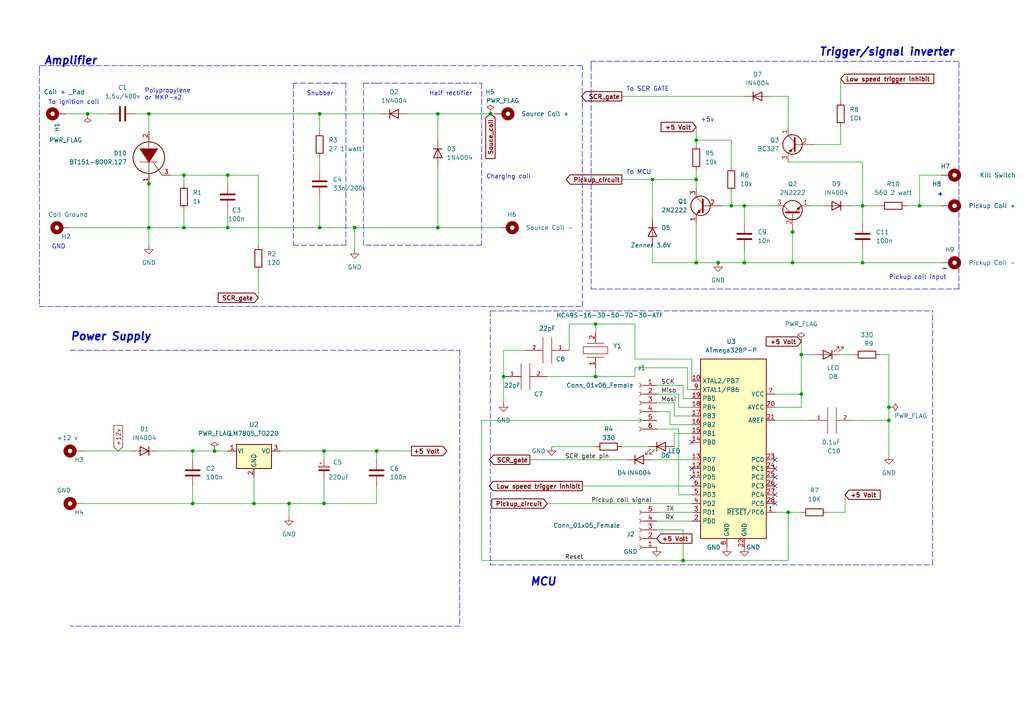
<source format=kicad_sch>
(kicad_sch (version 20211123) (generator eeschema)
  (paper "A4")
  (lib_symbols
    (symbol "BT151-800R_127:BT151-800R,127" (pin_names (offset 0.762))
      (property "Reference" "D" (at 13.97 -2.54 0))
      (property "Value" "BT151-800R,127" (at 13.97 -5.08 0))
      (symbol "BT151-800R,127_0_0"
        (pin passive line (at 15.24 0 180) (length 2.54) (name "~") (number "1"))
        (pin passive line (at 0 0 0) (length 2.54) (name "~") (number "2"))
        (pin passive line (at 12.7 -6.35 90) (length 2.54) (name "~") (number "3"))
      )
      (symbol "BT151-800R,127_0_1"
        (polyline (pts (xy 2.54 0) (xy 5.08 0)) (stroke (width 0.1524)))
        (polyline (pts (xy 8.89 -2.54) (xy 8.89 2.54)) (stroke (width 0.1524)))
        (polyline (pts (xy 8.89 -1.27) (xy 12.7 -3.81)) (stroke (width 0.1524)))
        (polyline (pts (xy 8.89 0) (xy 12.7 0)) (stroke (width 0.1524)))
        (polyline (pts (xy 8.89 0) (xy 5.08 2.54) (xy 5.08 -2.54) (xy 8.89 0)) (stroke (width 0.254)) (fill (type outline)))
        (circle (center 7.62 0) (radius 4.572) (stroke (width 0.254)))
      )
    )
    (symbol "Connector:Conn_01x05_Female" (pin_names (offset 1.016) hide)
      (property "Reference" "J" (at 0 7.62 0))
      (property "Value" "Conn_01x05_Female" (at 0 -7.62 0))
      (symbol "Conn_01x05_Female_1_1"
        (arc (start 0 -4.572) (mid -0.508 -5.08) (end 0 -5.588) (stroke (width 0.1524)))
        (arc (start 0 -2.032) (mid -0.508 -2.54) (end 0 -3.048) (stroke (width 0.1524)))
        (polyline (pts (xy -1.27 -5.08) (xy -0.508 -5.08)) (stroke (width 0.1524)))
        (polyline (pts (xy -1.27 -2.54) (xy -0.508 -2.54)) (stroke (width 0.1524)))
        (polyline (pts (xy -1.27 0) (xy -0.508 0)) (stroke (width 0.1524)))
        (polyline (pts (xy -1.27 2.54) (xy -0.508 2.54)) (stroke (width 0.1524)))
        (polyline (pts (xy -1.27 5.08) (xy -0.508 5.08)) (stroke (width 0.1524)))
        (arc (start 0 0.508) (mid -0.508 0) (end 0 -0.508) (stroke (width 0.1524)))
        (arc (start 0 3.048) (mid -0.508 2.54) (end 0 2.032) (stroke (width 0.1524)))
        (arc (start 0 5.588) (mid -0.508 5.08) (end 0 4.572) (stroke (width 0.1524)))
        (pin passive line (at -5.08 5.08 0) (length 3.81) (name "Pin_1") (number "1"))
        (pin passive line (at -5.08 2.54 0) (length 3.81) (name "Pin_2") (number "2"))
        (pin passive line (at -5.08 0 0) (length 3.81) (name "Pin_3") (number "3"))
        (pin passive line (at -5.08 -2.54 0) (length 3.81) (name "Pin_4") (number "4"))
        (pin passive line (at -5.08 -5.08 0) (length 3.81) (name "Pin_5") (number "5"))
      )
    )
    (symbol "Connector:Conn_01x06_Female" (pin_names (offset 1.016) hide)
      (property "Reference" "J" (at 0 7.62 0))
      (property "Value" "Conn_01x06_Female" (at 0 -10.16 0))
      (symbol "Conn_01x06_Female_1_1"
        (arc (start 0 -7.112) (mid -0.508 -7.62) (end 0 -8.128) (stroke (width 0.1524)))
        (arc (start 0 -4.572) (mid -0.508 -5.08) (end 0 -5.588) (stroke (width 0.1524)))
        (arc (start 0 -2.032) (mid -0.508 -2.54) (end 0 -3.048) (stroke (width 0.1524)))
        (polyline (pts (xy -1.27 -7.62) (xy -0.508 -7.62)) (stroke (width 0.1524)))
        (polyline (pts (xy -1.27 -5.08) (xy -0.508 -5.08)) (stroke (width 0.1524)))
        (polyline (pts (xy -1.27 -2.54) (xy -0.508 -2.54)) (stroke (width 0.1524)))
        (polyline (pts (xy -1.27 0) (xy -0.508 0)) (stroke (width 0.1524)))
        (polyline (pts (xy -1.27 2.54) (xy -0.508 2.54)) (stroke (width 0.1524)))
        (polyline (pts (xy -1.27 5.08) (xy -0.508 5.08)) (stroke (width 0.1524)))
        (arc (start 0 0.508) (mid -0.508 0) (end 0 -0.508) (stroke (width 0.1524)))
        (arc (start 0 3.048) (mid -0.508 2.54) (end 0 2.032) (stroke (width 0.1524)))
        (arc (start 0 5.588) (mid -0.508 5.08) (end 0 4.572) (stroke (width 0.1524)))
        (pin passive line (at -5.08 5.08 0) (length 3.81) (name "Pin_1") (number "1"))
        (pin passive line (at -5.08 2.54 0) (length 3.81) (name "Pin_2") (number "2"))
        (pin passive line (at -5.08 0 0) (length 3.81) (name "Pin_3") (number "3"))
        (pin passive line (at -5.08 -2.54 0) (length 3.81) (name "Pin_4") (number "4"))
        (pin passive line (at -5.08 -5.08 0) (length 3.81) (name "Pin_5") (number "5"))
        (pin passive line (at -5.08 -7.62 0) (length 3.81) (name "Pin_6") (number "6"))
      )
    )
    (symbol "Device:C" (pin_numbers hide) (pin_names (offset 0.254))
      (property "Reference" "C" (at 0.635 2.54 0))
      (property "Value" "C" (at 0.635 -2.54 0))
      (symbol "C_0_1"
        (polyline (pts (xy -2.032 -0.762) (xy 2.032 -0.762)) (stroke (width 0.508)))
        (polyline (pts (xy -2.032 0.762) (xy 2.032 0.762)) (stroke (width 0.508)))
      )
      (symbol "C_1_1"
        (pin passive line (at 0 3.81 270) (length 2.794) (name "~") (number "1"))
        (pin passive line (at 0 -3.81 90) (length 2.794) (name "~") (number "2"))
      )
    )
    (symbol "Device:C_Polarized_Small" (pin_numbers hide) (pin_names (offset 0.254) hide)
      (property "Reference" "C" (at 0.254 1.778 0))
      (property "Value" "C_Polarized_Small" (at 0.254 -2.032 0))
      (symbol "C_Polarized_Small_0_1"
        (rectangle (start -1.524 -0.3048) (end 1.524 -0.6858) (fill (type outline)))
        (rectangle (start -1.524 0.6858) (end 1.524 0.3048))
        (polyline (pts (xy -1.27 1.524) (xy -0.762 1.524)))
        (polyline (pts (xy -1.016 1.27) (xy -1.016 1.778)))
      )
      (symbol "C_Polarized_Small_1_1"
        (pin passive line (at 0 2.54 270) (length 1.8542) (name "~") (number "1"))
        (pin passive line (at 0 -2.54 90) (length 1.8542) (name "~") (number "2"))
      )
    )
    (symbol "Device:D" (pin_numbers hide) (pin_names (offset 1.016) hide)
      (property "Reference" "D" (at 0 2.54 0))
      (property "Value" "D" (at 0 -2.54 0))
      (symbol "D_0_1"
        (polyline (pts (xy -1.27 1.27) (xy -1.27 -1.27)) (stroke (width 0.254)))
        (polyline (pts (xy 1.27 0) (xy -1.27 0)))
        (polyline (pts (xy 1.27 1.27) (xy 1.27 -1.27) (xy -1.27 0) (xy 1.27 1.27)) (stroke (width 0.254)))
      )
      (symbol "D_1_1"
        (pin passive line (at -3.81 0 0) (length 2.54) (name "K") (number "1"))
        (pin passive line (at 3.81 0 180) (length 2.54) (name "A") (number "2"))
      )
    )
    (symbol "Device:LED" (pin_numbers hide) (pin_names (offset 1.016) hide)
      (property "Reference" "D" (at 0 2.54 0))
      (property "Value" "LED" (at 0 -2.54 0))
      (symbol "LED_0_1"
        (polyline (pts (xy -1.27 -1.27) (xy -1.27 1.27)) (stroke (width 0.254)))
        (polyline (pts (xy -1.27 0) (xy 1.27 0)))
        (polyline (pts (xy 1.27 -1.27) (xy 1.27 1.27) (xy -1.27 0) (xy 1.27 -1.27)) (stroke (width 0.254)))
        (polyline (pts (xy -3.048 -0.762) (xy -4.572 -2.286) (xy -3.81 -2.286) (xy -4.572 -2.286) (xy -4.572 -1.524)))
        (polyline (pts (xy -1.778 -0.762) (xy -3.302 -2.286) (xy -2.54 -2.286) (xy -3.302 -2.286) (xy -3.302 -1.524)))
      )
      (symbol "LED_1_1"
        (pin passive line (at -3.81 0 0) (length 2.54) (name "K") (number "1"))
        (pin passive line (at 3.81 0 180) (length 2.54) (name "A") (number "2"))
      )
    )
    (symbol "Device:R" (pin_numbers hide) (pin_names (offset 0))
      (property "Reference" "R" (at 2.032 0 90))
      (property "Value" "R" (at 0 0 90))
      (symbol "R_0_1"
        (rectangle (start -1.016 -2.54) (end 1.016 2.54) (stroke (width 0.254)))
      )
      (symbol "R_1_1"
        (pin passive line (at 0 3.81 270) (length 1.27) (name "~") (number "1"))
        (pin passive line (at 0 -3.81 90) (length 1.27) (name "~") (number "2"))
      )
    )
    (symbol "Diode:1N4004" (pin_numbers hide) (pin_names (offset 1.016) hide)
      (property "Reference" "D" (at 0 2.54 0))
      (property "Value" "1N4004" (at 0 -2.54 0))
      (symbol "1N4004_0_1"
        (polyline (pts (xy -1.27 1.27) (xy -1.27 -1.27)) (stroke (width 0.254)))
        (polyline (pts (xy 1.27 0) (xy -1.27 0)))
        (polyline (pts (xy 1.27 1.27) (xy 1.27 -1.27) (xy -1.27 0) (xy 1.27 1.27)) (stroke (width 0.254)))
      )
      (symbol "1N4004_1_1"
        (pin passive line (at -3.81 0 0) (length 2.54) (name "K") (number "1"))
        (pin passive line (at 3.81 0 180) (length 2.54) (name "A") (number "2"))
      )
    )
    (symbol "HC49S-16-30-50-70-30-ATF:HC49S-16-30-50-70-30-ATF" (pin_names (offset 0.762))
      (property "Reference" "Y" (at 8.89 6.35 0))
      (property "Value" "HC49S-16-30-50-70-30-ATF" (at 8.89 3.81 0))
      (symbol "HC49S-16-30-50-70-30-ATF_0_0"
        (pin passive line (at 0 0 0) (length 2.54) (name "~") (number "1"))
        (pin passive line (at 10.16 0 180) (length 2.54) (name "~") (number "2"))
      )
      (symbol "HC49S-16-30-50-70-30-ATF_0_1"
        (polyline (pts (xy 3.048 0) (xy 2.54 0)) (stroke (width 0.1524)))
        (polyline (pts (xy 3.048 2.54) (xy 3.048 -2.54)) (stroke (width 0.1524)))
        (polyline (pts (xy 7.112 0) (xy 7.62 0)) (stroke (width 0.1524)))
        (polyline (pts (xy 7.112 2.54) (xy 7.112 -2.54)) (stroke (width 0.1524)))
        (polyline (pts (xy 4.064 3.556) (xy 4.064 -3.556) (xy 6.096 -3.556) (xy 6.096 3.556) (xy 4.064 3.556)) (stroke (width 0.1524)))
      )
    )
    (symbol "MCU_Microchip_ATmega:ATmega328P-P"
      (property "Reference" "U2" (at -5.08 25.4 0))
      (property "Value" "ATmega328P-P" (at -5.08 22.86 0))
      (symbol "ATmega328P-P_0_1"
        (rectangle (start -13.97 20.32) (end 5.08 -31.75) (stroke (width 0.254)) (fill (type background)))
      )
      (symbol "ATmega328P-P_1_1"
        (pin bidirectional line (at 7.62 -24.13 180) (length 2.54) (name "~{RESET}/PC6") (number "1"))
        (pin bidirectional line (at -16.51 13.97 0) (length 2.54) (name "XTAL2/PB7") (number "10"))
        (pin bidirectional line (at -16.51 -13.97 0) (length 2.54) (name "PD5") (number "11"))
        (pin bidirectional line (at -16.51 -11.43 0) (length 2.54) (name "PD6") (number "12"))
        (pin bidirectional line (at -16.51 -8.89 0) (length 2.54) (name "PD7") (number "13"))
        (pin bidirectional line (at -16.51 -3.81 0) (length 2.54) (name "PB0") (number "14"))
        (pin bidirectional line (at -16.51 -1.27 0) (length 2.54) (name "PB1") (number "15"))
        (pin bidirectional line (at -16.51 1.27 0) (length 2.54) (name "PB2") (number "16"))
        (pin bidirectional line (at -16.51 3.81 0) (length 2.54) (name "PB3") (number "17"))
        (pin bidirectional line (at -16.51 6.35 0) (length 2.54) (name "PB4") (number "18"))
        (pin bidirectional line (at -16.51 8.89 0) (length 2.54) (name "PB5") (number "19"))
        (pin bidirectional line (at -16.51 -26.67 0) (length 2.54) (name "PD0") (number "2"))
        (pin power_in line (at 7.62 6.35 180) (length 2.54) (name "AVCC") (number "20"))
        (pin passive line (at 7.62 2.54 180) (length 2.54) (name "AREF") (number "21"))
        (pin power_in line (at -1.27 -34.29 90) (length 2.54) (name "GND") (number "22"))
        (pin bidirectional line (at 7.62 -8.89 180) (length 2.54) (name "PC0") (number "23"))
        (pin bidirectional line (at 7.62 -11.43 180) (length 2.54) (name "PC1") (number "24"))
        (pin bidirectional line (at 7.62 -13.97 180) (length 2.54) (name "PC2") (number "25"))
        (pin bidirectional line (at 7.62 -16.51 180) (length 2.54) (name "PC3") (number "26"))
        (pin bidirectional line (at 7.62 -19.05 180) (length 2.54) (name "PC4") (number "27"))
        (pin bidirectional line (at 7.62 -21.59 180) (length 2.54) (name "PC5") (number "28"))
        (pin bidirectional line (at -16.51 -24.13 0) (length 2.54) (name "PD1") (number "3"))
        (pin bidirectional line (at -16.51 -21.59 0) (length 2.54) (name "PD2") (number "4"))
        (pin bidirectional line (at -16.51 -19.05 0) (length 2.54) (name "PD3") (number "5"))
        (pin bidirectional line (at -16.51 -16.51 0) (length 2.54) (name "PD4") (number "6"))
        (pin power_in line (at 7.62 10.16 180) (length 2.54) (name "VCC") (number "7"))
        (pin power_in line (at -6.35 -34.29 90) (length 2.54) (name "GND") (number "8"))
        (pin bidirectional line (at -16.51 11.43 0) (length 2.54) (name "XTAL1/PB6") (number "9"))
      )
    )
    (symbol "Mechanical:MountingHole_Pad" (pin_numbers hide) (pin_names (offset 1.016) hide)
      (property "Reference" "H" (at 0 6.35 0))
      (property "Value" "MountingHole_Pad" (at 0 4.445 0))
      (symbol "MountingHole_Pad_0_1"
        (circle (center 0 1.27) (radius 1.27) (stroke (width 1.27)))
      )
      (symbol "MountingHole_Pad_1_1"
        (pin input line (at 0 -2.54 90) (length 2.54) (name "1") (number "1"))
      )
    )
    (symbol "Regulator_Linear:LM7805_TO220" (pin_names (offset 0.254))
      (property "Reference" "U" (at -3.81 3.175 0))
      (property "Value" "LM7805_TO220" (at 0 3.175 0))
      (symbol "LM7805_TO220_0_1"
        (rectangle (start -5.08 1.905) (end 5.08 -5.08) (stroke (width 0.254)) (fill (type background)))
      )
      (symbol "LM7805_TO220_1_1"
        (pin power_in line (at -7.62 0 0) (length 2.54) (name "VI") (number "1"))
        (pin power_in line (at 0 -7.62 90) (length 2.54) (name "GND") (number "2"))
        (pin power_out line (at 7.62 0 180) (length 2.54) (name "VO") (number "3"))
      )
    )
    (symbol "Transistor_BJT:2N3904" (pin_names (offset 0) hide)
      (property "Reference" "Q" (at 5.08 1.905 0))
      (property "Value" "2N3904" (at 5.08 0 0))
      (symbol "2N3904_0_1"
        (polyline (pts (xy 0.635 0.635) (xy 2.54 2.54)))
        (polyline (pts (xy 0.635 -0.635) (xy 2.54 -2.54) (xy 2.54 -2.54)))
        (polyline (pts (xy 0.635 1.905) (xy 0.635 -1.905) (xy 0.635 -1.905)) (stroke (width 0.508)))
        (polyline (pts (xy 1.27 -1.778) (xy 1.778 -1.27) (xy 2.286 -2.286) (xy 1.27 -1.778) (xy 1.27 -1.778)) (fill (type outline)))
        (circle (center 1.27 0) (radius 2.8194) (stroke (width 0.254)))
      )
      (symbol "2N3904_1_1"
        (pin passive line (at 2.54 -5.08 90) (length 2.54) (name "E") (number "1"))
        (pin passive line (at -5.08 0 0) (length 5.715) (name "B") (number "2"))
        (pin passive line (at 2.54 5.08 270) (length 2.54) (name "C") (number "3"))
      )
    )
    (symbol "Transistor_BJT:BC327" (pin_names (offset 0) hide)
      (property "Reference" "Q" (at 5.08 1.905 0))
      (property "Value" "BC327" (at 5.08 0 0))
      (symbol "BC327_0_1"
        (polyline (pts (xy 0.635 0.635) (xy 2.54 2.54)))
        (polyline (pts (xy 0.635 -0.635) (xy 2.54 -2.54) (xy 2.54 -2.54)))
        (polyline (pts (xy 0.635 1.905) (xy 0.635 -1.905) (xy 0.635 -1.905)) (stroke (width 0.508)))
        (polyline (pts (xy 2.286 -1.778) (xy 1.778 -2.286) (xy 1.27 -1.27) (xy 2.286 -1.778) (xy 2.286 -1.778)) (fill (type outline)))
        (circle (center 1.27 0) (radius 2.8194) (stroke (width 0.254)))
      )
      (symbol "BC327_1_1"
        (pin passive line (at 2.54 5.08 270) (length 2.54) (name "C") (number "1"))
        (pin input line (at -5.08 0 0) (length 5.715) (name "B") (number "2"))
        (pin passive line (at 2.54 -5.08 90) (length 2.54) (name "E") (number "3"))
      )
    )
    (symbol "power:GND" (power) (pin_names (offset 0))
      (property "Value" "GND" (at 0 -3.81 0))
      (symbol "GND_0_1"
        (polyline (pts (xy 0 0) (xy 0 -1.27) (xy 1.27 -1.27) (xy 0 -2.54) (xy -1.27 -1.27) (xy 0 -1.27)))
      )
      (symbol "GND_1_1"
        (pin power_in line (at 0 0 270) (length 0) hide (name "GND") (number "1"))
      )
    )
    (symbol "power:PWR_FLAG" (power) (pin_numbers hide) (pin_names (offset 0) hide)
      (property "Value" "PWR_FLAG" (at 0 3.81 0))
      (symbol "PWR_FLAG_0_0"
        (pin power_out line (at 0 0 90) (length 0) (name "pwr") (number "1"))
      )
      (symbol "PWR_FLAG_0_1"
        (polyline (pts (xy 0 0) (xy 0 1.27) (xy -1.016 1.905) (xy 0 2.54) (xy 1.016 1.905) (xy 0 1.27)))
      )
    )
    (symbol "pspice:CAP" (pin_names (offset 0.254))
      (property "Reference" "C" (at 2.54 3.81 90))
      (property "Value" "CAP" (at 2.54 -3.81 90))
      (symbol "CAP_0_1"
        (polyline (pts (xy -3.81 -1.27) (xy 3.81 -1.27)))
        (polyline (pts (xy -3.81 1.27) (xy 3.81 1.27)))
      )
      (symbol "CAP_1_1"
        (pin passive line (at 0 6.35 270) (length 5.08) (name "~") (number "1"))
        (pin passive line (at 0 -6.35 90) (length 5.08) (name "~") (number "2"))
      )
    )
  )
  (junction (at 250.19 59.69))
  (junction (at 232.41 114.3))
  (junction (at 172.72 109.22))
  (junction (at 25.4 33.02))
  (junction (at 257.81 118.11))
  (junction (at 55.88 130.81))
  (junction (at 66.04 66.04))
  (junction (at 250.19 76.2))
  (junction (at 53.34 50.8))
  (junction (at 93.98 130.81))
  (junction (at 201.93 40.64))
  (junction (at 172.72 93.98))
  (junction (at 92.71 66.04))
  (junction (at 146.05 109.22))
  (junction (at 201.93 52.07))
  (junction (at 228.6 148.59))
  (junction (at 73.66 146.05))
  (junction (at 66.04 50.8))
  (junction (at 53.34 66.04))
  (junction (at 198.12 162.56))
  (junction (at 102.87 66.04))
  (junction (at 62.23 130.81))
  (junction (at 201.93 76.2))
  (junction (at 83.82 146.05))
  (junction (at 257.81 121.92))
  (junction (at 189.23 52.07))
  (junction (at 43.18 33.02))
  (junction (at 212.09 59.69))
  (junction (at 92.71 33.02))
  (junction (at 43.18 53.34))
  (junction (at 229.87 67.31))
  (junction (at 208.28 76.2))
  (junction (at 127 33.02))
  (junction (at 215.9 76.2))
  (junction (at 55.88 146.05))
  (junction (at 215.9 59.69))
  (junction (at 142.24 33.02))
  (junction (at 109.22 130.81))
  (junction (at 232.41 102.87))
  (junction (at 266.7 59.69))
  (junction (at 43.18 66.04))
  (junction (at 93.98 146.05))
  (junction (at 229.87 76.2))
  (junction (at 127 66.04))
  (no_connect (at 224.79 135.89))
  (no_connect (at 200.66 128.27))
  (no_connect (at 200.66 135.89))
  (no_connect (at 200.66 138.43))
  (no_connect (at 224.79 133.35))
  (no_connect (at 224.79 143.51))
  (no_connect (at 224.79 140.97))
  (no_connect (at 224.79 146.05))
  (no_connect (at 224.79 138.43))
  (wire (pts (xy 109.22 130.81) (xy 109.22 133.35)))
  (polyline (pts (xy 100.33 71.12) (xy 100.33 24.13)))
  (wire (pts (xy 24.13 146.05) (xy 55.88 146.05)))
  (polyline (pts (xy 168.91 19.05) (xy 11.43 19.05)))
  (wire (pts (xy 215.9 59.69) (xy 224.79 59.69)))
  (polyline (pts (xy 142.24 163.83) (xy 270.51 163.83)))
  (wire (pts (xy 184.15 104.14) (xy 200.66 104.14)))
  (wire (pts (xy 232.41 114.3) (xy 232.41 118.11)))
  (wire (pts (xy 232.41 99.06) (xy 232.41 102.87)))
  (wire (pts (xy 66.04 60.96) (xy 66.04 66.04)))
  (wire (pts (xy 195.58 129.54) (xy 195.58 125.73)))
  (polyline (pts (xy 133.35 181.61) (xy 20.32 181.61)))
  (wire (pts (xy 24.13 130.81) (xy 38.1 130.81)))
  (polyline (pts (xy 11.43 20.32) (xy 11.43 88.9)))
  (wire (pts (xy 146.05 109.22) (xy 146.05 101.6)))
  (wire (pts (xy 172.72 109.22) (xy 184.15 109.22)))
  (wire (pts (xy 83.82 146.05) (xy 83.82 149.86)))
  (wire (pts (xy 232.41 102.87) (xy 232.41 114.3)))
  (wire (pts (xy 194.31 119.38) (xy 194.31 123.19)))
  (wire (pts (xy 229.87 66.04) (xy 229.87 67.31)))
  (wire (pts (xy 180.34 27.94) (xy 215.9 27.94)))
  (polyline (pts (xy 278.13 83.82) (xy 278.13 17.78)))
  (wire (pts (xy 198.12 115.57) (xy 200.66 115.57)))
  (wire (pts (xy 198.12 153.67) (xy 198.12 162.56)))
  (wire (pts (xy 172.72 93.98) (xy 172.72 96.52)))
  (wire (pts (xy 73.66 146.05) (xy 83.82 146.05)))
  (polyline (pts (xy 270.51 163.83) (xy 270.51 90.17)))
  (wire (pts (xy 43.18 53.34) (xy 43.18 66.04)))
  (wire (pts (xy 234.95 59.69) (xy 238.76 59.69)))
  (wire (pts (xy 53.34 50.8) (xy 66.04 50.8)))
  (wire (pts (xy 43.18 66.04) (xy 53.34 66.04)))
  (wire (pts (xy 215.9 59.69) (xy 215.9 64.77)))
  (wire (pts (xy 19.05 33.02) (xy 25.4 33.02)))
  (wire (pts (xy 190.5 116.84) (xy 195.58 116.84)))
  (polyline (pts (xy 109.22 24.13) (xy 139.7 24.13)))
  (wire (pts (xy 92.71 33.02) (xy 92.71 38.1)))
  (wire (pts (xy 200.66 104.14) (xy 200.66 110.49)))
  (wire (pts (xy 224.79 114.3) (xy 232.41 114.3)))
  (wire (pts (xy 165.1 101.6) (xy 165.1 93.98)))
  (wire (pts (xy 224.79 148.59) (xy 228.6 148.59)))
  (wire (pts (xy 109.22 130.81) (xy 119.38 130.81)))
  (wire (pts (xy 74.93 78.74) (xy 74.93 86.36)))
  (wire (pts (xy 158.75 146.05) (xy 200.66 146.05)))
  (wire (pts (xy 229.87 76.2) (xy 250.19 76.2)))
  (wire (pts (xy 66.04 50.8) (xy 74.93 50.8)))
  (wire (pts (xy 223.52 27.94) (xy 228.6 27.94)))
  (wire (pts (xy 201.93 40.64) (xy 201.93 41.91)))
  (wire (pts (xy 93.98 138.43) (xy 93.98 146.05)))
  (wire (pts (xy 66.04 50.8) (xy 66.04 53.34)))
  (wire (pts (xy 196.85 143.51) (xy 196.85 124.46)))
  (wire (pts (xy 92.71 33.02) (xy 110.49 33.02)))
  (wire (pts (xy 127 66.04) (xy 144.78 66.04)))
  (wire (pts (xy 92.71 57.15) (xy 92.71 66.04)))
  (polyline (pts (xy 142.24 90.17) (xy 142.24 163.83)))
  (wire (pts (xy 118.11 33.02) (xy 127 33.02)))
  (polyline (pts (xy 139.7 71.12) (xy 105.41 71.12)))
  (polyline (pts (xy 139.7 24.13) (xy 139.7 71.12)))
  (wire (pts (xy 201.93 64.77) (xy 201.93 76.2)))
  (polyline (pts (xy 105.41 24.13) (xy 109.22 24.13)))
  (wire (pts (xy 45.72 130.81) (xy 55.88 130.81)))
  (wire (pts (xy 74.93 50.8) (xy 74.93 71.12)))
  (wire (pts (xy 55.88 146.05) (xy 73.66 146.05)))
  (wire (pts (xy 190.5 119.38) (xy 194.31 119.38)))
  (wire (pts (xy 229.87 67.31) (xy 229.87 76.2)))
  (wire (pts (xy 49.53 50.8) (xy 53.34 50.8)))
  (wire (pts (xy 92.71 45.72) (xy 92.71 49.53)))
  (polyline (pts (xy 85.09 24.13) (xy 85.09 71.12)))
  (wire (pts (xy 228.6 148.59) (xy 232.41 148.59)))
  (wire (pts (xy 198.12 162.56) (xy 228.6 162.56)))
  (wire (pts (xy 180.34 129.54) (xy 187.96 129.54)))
  (polyline (pts (xy 171.45 17.78) (xy 171.45 19.05)))
  (wire (pts (xy 198.12 111.76) (xy 198.12 115.57)))
  (wire (pts (xy 81.28 130.81) (xy 93.98 130.81)))
  (wire (pts (xy 215.9 76.2) (xy 229.87 76.2)))
  (polyline (pts (xy 133.35 101.6) (xy 133.35 181.61)))
  (wire (pts (xy 190.5 153.67) (xy 198.12 153.67)))
  (wire (pts (xy 55.88 130.81) (xy 62.23 130.81)))
  (wire (pts (xy 194.31 123.19) (xy 200.66 123.19)))
  (wire (pts (xy 109.22 146.05) (xy 109.22 140.97)))
  (wire (pts (xy 250.19 59.69) (xy 250.19 64.77)))
  (polyline (pts (xy 11.43 19.05) (xy 11.43 20.32)))
  (polyline (pts (xy 278.13 17.78) (xy 171.45 17.78)))
  (wire (pts (xy 158.75 109.22) (xy 172.72 109.22)))
  (wire (pts (xy 93.98 130.81) (xy 93.98 133.35)))
  (wire (pts (xy 266.7 59.69) (xy 273.05 59.69)))
  (wire (pts (xy 168.91 140.97) (xy 200.66 140.97)))
  (wire (pts (xy 257.81 118.11) (xy 257.81 121.92)))
  (wire (pts (xy 55.88 130.81) (xy 55.88 133.35)))
  (wire (pts (xy 228.6 46.99) (xy 250.19 46.99)))
  (wire (pts (xy 243.84 102.87) (xy 247.65 102.87)))
  (wire (pts (xy 93.98 130.81) (xy 109.22 130.81)))
  (polyline (pts (xy 171.45 19.05) (xy 171.45 83.82)))
  (wire (pts (xy 43.18 48.26) (xy 43.18 53.34)))
  (wire (pts (xy 201.93 52.07) (xy 201.93 54.61)))
  (wire (pts (xy 232.41 102.87) (xy 236.22 102.87)))
  (wire (pts (xy 209.55 59.69) (xy 212.09 59.69)))
  (wire (pts (xy 250.19 46.99) (xy 250.19 59.69)))
  (wire (pts (xy 153.67 133.35) (xy 181.61 133.35)))
  (wire (pts (xy 172.72 93.98) (xy 184.15 93.98)))
  (wire (pts (xy 247.65 121.92) (xy 257.81 121.92)))
  (wire (pts (xy 66.04 66.04) (xy 92.71 66.04)))
  (wire (pts (xy 224.79 118.11) (xy 232.41 118.11)))
  (polyline (pts (xy 105.41 71.12) (xy 105.41 24.13)))
  (wire (pts (xy 73.66 138.43) (xy 73.66 146.05)))
  (wire (pts (xy 190.5 148.59) (xy 200.66 148.59)))
  (wire (pts (xy 172.72 106.68) (xy 172.72 109.22)))
  (wire (pts (xy 189.23 71.12) (xy 189.23 76.2)))
  (wire (pts (xy 201.93 36.83) (xy 201.93 40.64)))
  (wire (pts (xy 257.81 121.92) (xy 257.81 132.08)))
  (wire (pts (xy 255.27 102.87) (xy 257.81 102.87)))
  (polyline (pts (xy 142.24 90.17) (xy 270.51 90.17)))
  (wire (pts (xy 189.23 133.35) (xy 200.66 133.35)))
  (wire (pts (xy 53.34 50.8) (xy 53.34 53.34)))
  (polyline (pts (xy 85.09 71.12) (xy 100.33 71.12)))
  (wire (pts (xy 25.4 33.02) (xy 31.75 33.02)))
  (wire (pts (xy 190.5 111.76) (xy 198.12 111.76)))
  (wire (pts (xy 53.34 60.96) (xy 53.34 66.04)))
  (wire (pts (xy 262.89 59.69) (xy 266.7 59.69)))
  (wire (pts (xy 189.23 52.07) (xy 189.23 63.5)))
  (wire (pts (xy 190.5 151.13) (xy 200.66 151.13)))
  (wire (pts (xy 208.28 76.2) (xy 215.9 76.2)))
  (polyline (pts (xy 11.43 88.9) (xy 168.91 88.9)))
  (wire (pts (xy 257.81 102.87) (xy 257.81 118.11)))
  (wire (pts (xy 199.39 113.03) (xy 200.66 113.03)))
  (wire (pts (xy 139.7 121.92) (xy 139.7 162.56)))
  (wire (pts (xy 195.58 120.65) (xy 200.66 120.65)))
  (wire (pts (xy 43.18 33.02) (xy 43.18 38.1)))
  (wire (pts (xy 55.88 140.97) (xy 55.88 146.05)))
  (wire (pts (xy 142.24 33.02) (xy 143.51 33.02)))
  (polyline (pts (xy 96.52 24.13) (xy 100.33 24.13)))
  (wire (pts (xy 102.87 66.04) (xy 127 66.04)))
  (wire (pts (xy 243.84 36.83) (xy 243.84 41.91)))
  (wire (pts (xy 189.23 76.2) (xy 201.93 76.2)))
  (wire (pts (xy 139.7 162.56) (xy 198.12 162.56)))
  (wire (pts (xy 195.58 125.73) (xy 200.66 125.73)))
  (wire (pts (xy 212.09 40.64) (xy 212.09 48.26)))
  (wire (pts (xy 246.38 59.69) (xy 250.19 59.69)))
  (wire (pts (xy 243.84 22.86) (xy 243.84 29.21)))
  (wire (pts (xy 245.11 143.51) (xy 245.11 148.59)))
  (wire (pts (xy 236.22 41.91) (xy 243.84 41.91)))
  (wire (pts (xy 200.66 143.51) (xy 196.85 143.51)))
  (wire (pts (xy 43.18 66.04) (xy 43.18 71.12)))
  (wire (pts (xy 184.15 106.68) (xy 199.39 106.68)))
  (wire (pts (xy 215.9 72.39) (xy 215.9 76.2)))
  (wire (pts (xy 190.5 114.3) (xy 196.85 114.3)))
  (wire (pts (xy 62.23 130.81) (xy 66.04 130.81)))
  (wire (pts (xy 53.34 66.04) (xy 66.04 66.04)))
  (wire (pts (xy 250.19 59.69) (xy 255.27 59.69)))
  (wire (pts (xy 196.85 124.46) (xy 190.5 124.46)))
  (polyline (pts (xy 20.32 101.6) (xy 133.35 101.6)))
  (wire (pts (xy 93.98 146.05) (xy 109.22 146.05)))
  (wire (pts (xy 184.15 93.98) (xy 184.15 104.14)))
  (wire (pts (xy 189.23 52.07) (xy 201.93 52.07)))
  (wire (pts (xy 127 66.04) (xy 127 48.26)))
  (wire (pts (xy 212.09 59.69) (xy 215.9 59.69)))
  (wire (pts (xy 273.05 50.8) (xy 266.7 50.8)))
  (wire (pts (xy 190.5 121.92) (xy 139.7 121.92)))
  (wire (pts (xy 165.1 93.98) (xy 172.72 93.98)))
  (wire (pts (xy 184.15 106.68) (xy 184.15 109.22)))
  (wire (pts (xy 201.93 49.53) (xy 201.93 52.07)))
  (polyline (pts (xy 97.79 24.13) (xy 85.09 24.13)))
  (wire (pts (xy 102.87 66.04) (xy 102.87 72.39)))
  (wire (pts (xy 39.37 33.02) (xy 43.18 33.02)))
  (wire (pts (xy 180.34 52.07) (xy 189.23 52.07)))
  (wire (pts (xy 250.19 76.2) (xy 273.05 76.2)))
  (polyline (pts (xy 171.45 83.82) (xy 278.13 83.82)))
  (wire (pts (xy 228.6 162.56) (xy 228.6 148.59)))
  (wire (pts (xy 146.05 101.6) (xy 152.4 101.6)))
  (wire (pts (xy 20.32 66.04) (xy 43.18 66.04)))
  (wire (pts (xy 127 33.02) (xy 127 40.64)))
  (wire (pts (xy 195.58 116.84) (xy 195.58 120.65)))
  (wire (pts (xy 228.6 27.94) (xy 228.6 36.83)))
  (polyline (pts (xy 168.91 88.9) (xy 168.91 19.05)))
  (wire (pts (xy 83.82 146.05) (xy 93.98 146.05)))
  (wire (pts (xy 199.39 106.68) (xy 199.39 113.03)))
  (wire (pts (xy 201.93 76.2) (xy 208.28 76.2)))
  (wire (pts (xy 92.71 66.04) (xy 102.87 66.04)))
  (wire (pts (xy 212.09 55.88) (xy 212.09 59.69)))
  (wire (pts (xy 43.18 33.02) (xy 92.71 33.02)))
  (wire (pts (xy 160.02 129.54) (xy 172.72 129.54)))
  (wire (pts (xy 224.79 121.92) (xy 234.95 121.92)))
  (wire (pts (xy 240.03 148.59) (xy 245.11 148.59)))
  (wire (pts (xy 201.93 40.64) (xy 212.09 40.64)))
  (wire (pts (xy 196.85 114.3) (xy 196.85 118.11)))
  (wire (pts (xy 266.7 50.8) (xy 266.7 59.69)))
  (wire (pts (xy 127 33.02) (xy 142.24 33.02)))
  (wire (pts (xy 146.05 109.22) (xy 146.05 116.84)))
  (wire (pts (xy 196.85 118.11) (xy 200.66 118.11)))
  (wire (pts (xy 250.19 72.39) (xy 250.19 76.2)))
  (text "Power Supply\n" (at 20.32 99.06 0) (effects (font (size 2.27 2.27) (thickness 0.454) bold italic) (justify left bottom)))
  (text "+" (at 271.78 57.15 0) (effects (font (size 1.27 1.27) (thickness 0.254) bold) (justify left bottom)))
  (text "-\n" (at 273.05 78.74 0) (effects (font (size 1.27 1.27) (thickness 0.254) bold) (justify left bottom)))
  (text "Pickup coil input\n" (at 257.81 81.28 0) (effects (font (size 1.27 1.27)) (justify left bottom)))
  (text "Charging coil" (at 140.97 52.07 0) (effects (font (size 1.27 1.27)) (justify left bottom)))
  (text "Snubber" (at 88.9 27.94 0) (effects (font (size 1.27 1.27)) (justify left bottom)))
  (text "GND" (at 19.05 72.39 180) (effects (font (size 1.27 1.27)) (justify right bottom)))
  (text "To SCR GATE\n" (at 181.61 26.67 0) (effects (font (size 1.27 1.27)) (justify left bottom)))
  (text "Trigger/signal inverter" (at 237.49 16.51 0) (effects (font (size 2.27 2.27) (thickness 0.454) bold italic) (justify left bottom)))
  (text "MCU" (at 153.67 170.18 0) (effects (font (size 2.27 2.27) (thickness 0.454) bold italic) (justify left bottom)))
  (text "Amplifier" (at 12.7 19.05 0) (effects (font (size 2.27 2.27) (thickness 0.454) bold italic) (justify left bottom)))
  (text "Polypropylene\nor MKP-x2\n" (at 41.91 29.21 0) (effects (font (size 1.27 1.27)) (justify left bottom)))
  (text "To ignition coil" (at 13.97 30.48 0) (effects (font (size 1.27 1.27)) (justify left bottom)))
  (text "To MCU" (at 181.61 50.8 0) (effects (font (size 1.27 1.27)) (justify left bottom)))
  (text "+5v" (at 203.2 35.56 0) (effects (font (size 1.27 1.27)) (justify left bottom)))
  (text "Half rectifier" (at 124.46 27.94 0) (effects (font (size 1.27 1.27)) (justify left bottom)))
  (label "Reset" (at 163.83 162.56 0))
  (label "RX" (at 195.58 151.13 180))
  (label "Mosi" (at 191.77 116.84 0))
  (label "Pickup coil signal" (at 171.45 146.05 0))
  (label "Miso" (at 191.77 114.3 0))
  (label "SCK" (at 191.77 111.76 0))
  (label "SCR gate pin" (at 163.83 133.35 0))
  (label "TX" (at 195.58 148.59 180))
  (global_label "+5 Volt" (shape input) (at 245.11 143.51 0) (effects (font bold)) (property "Intersheet References" "${INTERSHEET_REFS}" (effects hide)))
  (global_label "+12v" (shape input) (at 34.29 130.81 90) (property "Intersheet References" "${INTERSHEET_REFS}" (effects hide)))
  (global_label "Low speed trigger inhibit" (shape output) (at 168.91 140.97 180) (effects (font (thickness 0.254) bold)) (property "Intersheet References" "${INTERSHEET_REFS}" (effects hide)))
  (global_label "SCR_gate" (shape input) (at 74.93 86.36 180) (effects (font bold)) (property "Intersheet References" "${INTERSHEET_REFS}" (effects hide)))
  (global_label "+5 Volt" (shape input) (at 201.93 36.83 180) (effects (font bold)) (property "Intersheet References" "${INTERSHEET_REFS}" (effects hide)))
  (global_label "Low speed trigger inhibit" (shape input) (at 243.84 22.86 0) (effects (font (thickness 0.254) bold)) (property "Intersheet References" "${INTERSHEET_REFS}" (effects hide)))
  (global_label "Pickup_circuit" (shape output) (at 180.34 52.07 180) (effects (font bold)) (property "Intersheet References" "${INTERSHEET_REFS}" (effects hide)))
  (global_label "+5 Volt" (shape input) (at 232.41 99.06 180) (effects (font bold)) (property "Intersheet References" "${INTERSHEET_REFS}" (effects hide)))
  (global_label "Pickup_circuit" (shape input) (at 158.75 146.05 180) (effects (font bold)) (property "Intersheet References" "${INTERSHEET_REFS}" (effects hide)))
  (global_label "SCR_gate" (shape output) (at 180.34 27.94 180) (effects (font bold)) (property "Intersheet References" "${INTERSHEET_REFS}" (effects hide)))
  (global_label "SCR_gate" (shape output) (at 153.67 133.35 180) (effects (font bold)) (property "Intersheet References" "${INTERSHEET_REFS}" (effects hide)))
  (global_label "+5 Volt" (shape output) (at 119.38 130.81 0) (effects (font bold)) (property "Intersheet References" "${INTERSHEET_REFS}" (effects hide)))
  (global_label "Souce_coil" (shape input) (at 142.24 33.02 270) (effects (font bold)) (property "Intersheet References" "${INTERSHEET_REFS}" (effects hide)))
  (global_label "+5 Volt" (shape input) (at 190.5 156.21 0) (effects (font bold)) (property "Intersheet References" "${INTERSHEET_REFS}" (effects hide)))
  (symbol (lib_id "Device:D") (at 189.23 67.31 270) (unit 1)
    (property "Reference" "D5" (at 191.77 66.0399 90) (effects (justify left)))
    (property "Value" "Zenner 3.6V" (at 182.88 71.12 90) (effects (justify left)))
    (property "Footprint" "Diode_THT:D_DO-41_SOD81_P7.62mm_Horizontal" (effects hide))
  )
  (symbol (lib_id "Transistor_BJT:BC327") (at 231.14 41.91 0) (mirror y) (unit 1)
    (property "Reference" "Q3" (at 226.06 40.6399 0) (effects (justify left)))
    (property "Value" "BC327" (at 226.06 43.1799 0) (effects (justify left)))
    (property "Footprint" "Package_TO_SOT_THT:TO-92_Inline" (effects hide))
    (property "Datasheet" "http://www.onsemi.com/pub_link/Collateral/BC327-D.PDF" (effects hide))
  )
  (symbol (lib_id "power:GND") (at 102.87 72.39 0) (unit 1)
    (property "Reference" "#PWR0110" (effects hide))
    (property "Value" "GND" (at 102.87 77.47 0))
  )
  (symbol (lib_id "Mechanical:MountingHole_Pad") (at 146.05 33.02 270) (unit 1)
    (property "Reference" "H5" (at 143.51 26.67 90) (effects (justify right)))
    (property "Value" "Source Coil +" (at 165.1 33.02 90) (effects (justify right)))
    (property "Footprint" "MountingHole:MountingHole_2.2mm_M2_Pad_TopBottom" (effects hide))
  )
  (symbol (lib_id "Device:R") (at 251.46 102.87 90) (unit 1)
    (property "Reference" "R9" (at 253.365 99.6951 90) (effects (justify left)))
    (property "Value" "330" (at 253.365 97.1551 90) (effects (justify left)))
    (property "Footprint" "Resistor_THT:R_Axial_DIN0207_L6.3mm_D2.5mm_P10.16mm_Horizontal" (effects hide))
  )
  (symbol (lib_id "Device:C") (at 55.88 137.16 0) (unit 1)
    (property "Reference" "C2" (at 59.69 135.8899 0) (effects (justify left)))
    (property "Value" "100n" (at 59.69 138.4299 0) (effects (justify left)))
    (property "Footprint" "Capacitor_THT:C_Disc_D6.0mm_W2.5mm_P5.00mm" (effects hide))
  )
  (symbol (lib_id "HC49S-16-30-50-70-30-ATF:HC49S-16-30-50-70-30-ATF") (at 172.72 106.68 90) (unit 1)
    (property "Reference" "Y1" (at 177.8 100.3299 90) (effects (justify right)))
    (property "Value" "HC49S-16-30-50-70-30-ATF" (at 161.29 91.44 90) (effects (justify right)))
    (property "Footprint" "Crystal:Resonator-2Pin_W8.0mm_H3.5mm" (effects hide))
    (property "Datasheet" "http://www.farnell.com/datasheets/1661828.pdf" (effects hide))
    (property "Description" "MULTICOMP - HC49S-16-30-50-70-30-ATF - CRYSTAL, HC-49/S, 16.0MHZ" (effects hide))
    (property "Height" "4" (effects hide))
    (property "Manufacturer_Name" "MULTICOMP" (effects hide))
    (property "Manufacturer_Part_Number" "HC49S-16-30-50-70-30-ATF" (effects hide))
  )
  (symbol (lib_id "MCU_Microchip_ATmega:ATmega328P-P") (at 217.17 124.46 0) (unit 1)
    (property "Reference" "U3" (at 212.09 99.06 0))
    (property "Value" "ATmega328P-P" (at 212.09 101.6 0))
    (property "Footprint" "Package_DIP:DIP-28_W7.62mm" (effects hide))
    (property "Datasheet" "http://ww1.microchip.com/downloads/en/DeviceDoc/ATmega328_P%20AVR%20MCU%20with%20picoPower%20Technology%20Data%20Sheet%2040001984A.pdf" (effects hide))
  )
  (symbol (lib_id "Device:R") (at 201.93 45.72 0) (unit 1)
    (property "Reference" "R5" (at 204.47 44.4499 0) (effects (justify left)))
    (property "Value" "10k" (at 204.47 46.9899 0) (effects (justify left)))
    (property "Footprint" "Resistor_THT:R_Axial_DIN0207_L6.3mm_D2.5mm_P10.16mm_Horizontal" (effects hide))
  )
  (symbol (lib_id "Device:R") (at 236.22 148.59 270) (unit 1)
    (property "Reference" "R7" (at 236.22 142.24 90))
    (property "Value" "10K" (at 236.22 144.78 90))
    (property "Footprint" "Resistor_THT:R_Axial_DIN0207_L6.3mm_D2.5mm_P10.16mm_Horizontal" (effects hide))
  )
  (symbol (lib_id "Device:C") (at 215.9 68.58 0) (unit 1)
    (property "Reference" "C9" (at 219.71 67.3099 0) (effects (justify left)))
    (property "Value" "10n" (at 219.71 69.8499 0) (effects (justify left)))
    (property "Footprint" "Capacitor_THT:C_Disc_D6.0mm_W2.5mm_P5.00mm" (effects hide))
  )
  (symbol (lib_id "power:PWR_FLAG") (at 142.24 33.02 0) (unit 1)
    (property "Reference" "#FLG0103" (effects hide))
    (property "Value" "PWR_FLAG" (at 140.97 29.21 0) (effects (justify left)))
  )
  (symbol (lib_id "Device:C_Polarized_Small") (at 93.98 135.89 0) (unit 1)
    (property "Reference" "C5" (at 96.52 134.0738 0) (effects (justify left)))
    (property "Value" "220uF" (at 95.25 138.43 0) (effects (justify left)))
    (property "Footprint" "Capacitor_THT:CP_Radial_D10.0mm_P3.50mm" (effects hide))
  )
  (symbol (lib_id "Device:R") (at 243.84 33.02 180) (unit 1)
    (property "Reference" "R8" (at 246.38 31.7499 0) (effects (justify right)))
    (property "Value" "10k" (at 246.38 34.2899 0) (effects (justify right)))
    (property "Footprint" "Resistor_THT:R_Axial_DIN0207_L6.3mm_D2.5mm_P10.16mm_Horizontal" (effects hide))
  )
  (symbol (lib_id "Mechanical:MountingHole_Pad") (at 275.59 76.2 270) (unit 1)
    (property "Reference" "H9" (at 276.86 72.39 90) (effects (justify right)))
    (property "Value" "Pickup Coil -" (at 294.64 76.2 90) (effects (justify right)))
    (property "Footprint" "MountingHole:MountingHole_2.2mm_M2_Pad_TopBottom" (effects hide))
  )
  (symbol (lib_id "Mechanical:MountingHole_Pad") (at 21.59 130.81 90) (unit 1)
    (property "Reference" "H3" (at 21.5901 133.35 90) (effects (justify right)))
    (property "Value" "+12 v" (at 16.51 127 90) (effects (justify right)))
    (property "Footprint" "MountingHole:MountingHole_2.2mm_M2_Pad_TopBottom" (effects hide))
  )
  (symbol (lib_id "Device:D") (at 185.42 133.35 0) (unit 1)
    (property "Reference" "D4" (at 180.34 137.16 0))
    (property "Value" "IN4004" (at 185.42 137.16 0))
    (property "Footprint" "Diode_THT:D_DO-41_SOD81_P10.16mm_Horizontal" (effects hide))
  )
  (symbol (lib_id "power:GND") (at 160.02 129.54 0) (unit 1)
    (property "Reference" "#PWR0106" (effects hide))
    (property "Value" "GND" (at 156.21 130.81 0))
  )
  (symbol (lib_id "Transistor_BJT:2N3904") (at 229.87 62.23 90) (unit 1)
    (property "Reference" "Q2" (at 229.87 53.34 90))
    (property "Value" "2N2222" (at 229.87 55.88 90))
    (property "Footprint" "Package_TO_SOT_THT:TO-92_Inline" (effects hide))
    (property "Datasheet" "https://www.onsemi.com/pub/Collateral/2N3903-D.PDF" (effects hide))
  )
  (symbol (lib_id "Device:R") (at 176.53 129.54 90) (unit 1)
    (property "Reference" "R4" (at 176.53 124.46 90))
    (property "Value" "330" (at 176.53 127 90))
    (property "Footprint" "Resistor_THT:R_Axial_DIN0207_L6.3mm_D2.5mm_P10.16mm_Horizontal" (effects hide))
  )
  (symbol (lib_id "Device:C") (at 66.04 57.15 0) (unit 1)
    (property "Reference" "C3" (at 68.58 60.96 0))
    (property "Value" "100n" (at 68.58 63.5 0))
    (property "Footprint" "Capacitor_THT:C_Disc_D6.0mm_W2.5mm_P5.00mm" (effects hide))
  )
  (symbol (lib_id "power:PWR_FLAG") (at 257.81 118.11 270) (unit 1)
    (property "Reference" "#FLG0101" (effects hide))
    (property "Value" "PWR_FLAG" (at 264.16 120.65 90))
  )
  (symbol (lib_id "Device:D") (at 219.71 27.94 0) (unit 1)
    (property "Reference" "D7" (at 219.71 21.59 0))
    (property "Value" "IN4004" (at 219.71 24.13 0))
    (property "Footprint" "Diode_THT:D_DO-41_SOD81_P7.62mm_Horizontal" (effects hide))
  )
  (symbol (lib_id "pspice:CAP") (at 152.4 109.22 90) (unit 1)
    (property "Reference" "C7" (at 156.21 114.3 90))
    (property "Value" "22pF" (at 148.59 111.76 90))
    (property "Footprint" "Capacitor_THT:C_Disc_D5.0mm_W2.5mm_P5.00mm" (effects hide))
  )
  (symbol (lib_id "Device:C") (at 35.56 33.02 270) (unit 1)
    (property "Reference" "C1" (at 35.56 25.4 90))
    (property "Value" "1.5u{slash}400v" (at 35.56 27.94 90))
    (property "Footprint" "Capacitor_THT:C_Rect_L26.5mm_W5.0mm_P22.50mm_MKS4" (effects hide))
  )
  (symbol (lib_id "Device:D") (at 41.91 130.81 180) (unit 1)
    (property "Reference" "D1" (at 41.91 124.46 0))
    (property "Value" "IN4004" (at 41.91 127 0))
    (property "Footprint" "Diode_THT:D_DO-41_SOD81_P7.62mm_Horizontal" (effects hide))
  )
  (symbol (lib_id "Device:D") (at 242.57 59.69 180) (unit 1)
    (property "Reference" "D9" (at 242.57 53.34 0))
    (property "Value" "IN4004" (at 242.57 55.88 0))
    (property "Footprint" "Diode_THT:D_DO-41_SOD81_P7.62mm_Horizontal" (effects hide))
  )
  (symbol (lib_id "Device:R") (at 259.08 59.69 270) (unit 1)
    (property "Reference" "R10" (at 259.08 53.34 90))
    (property "Value" "560 2 watt" (at 259.08 55.88 90))
    (property "Footprint" "Resistor_THT:R_Axial_DIN0516_L15.5mm_D5.0mm_P20.32mm_Horizontal" (effects hide))
  )
  (symbol (lib_id "Device:LED") (at 240.03 102.87 180) (unit 1)
    (property "Reference" "D8" (at 241.6175 109.22 0))
    (property "Value" "LED" (at 241.6175 106.68 0))
    (property "Footprint" "LED_THT:LED_D3.0mm" (effects hide))
  )
  (symbol (lib_id "Diode:1N4004") (at 114.3 33.02 0) (unit 1)
    (property "Reference" "D2" (at 114.3 26.67 0))
    (property "Value" "1N4004" (at 114.3 29.21 0))
    (property "Footprint" "Diode_THT:D_DO-41_SOD81_P10.16mm_Horizontal" (effects hide))
    (property "Datasheet" "http://www.vishay.com/docs/88503/1n4001.pdf" (effects hide))
  )
  (symbol (lib_id "BT151-800R_127:BT151-800R,127") (at 43.18 38.1 90) (mirror x) (unit 1)
    (property "Reference" "D10" (at 36.83 44.4499 90) (effects (justify left)))
    (property "Value" "BT151-800R,127" (at 36.83 46.9899 90) (effects (justify left)))
    (property "Footprint" "BT151-800R,127:TO254P470X1000X2000-3P" (effects hide))
    (property "Datasheet" "http://www.ween-semi.com/sites/default/files/2018-10/bt151-800r.pdf" (effects hide))
    (property "Description" "SCRs RAIL SCR" (effects hide))
    (property "Height" "4.7" (effects hide))
    (property "Manufacturer_Name" "WeEn Semiconductors" (effects hide))
    (property "Manufacturer_Part_Number" "BT151-800R,127" (effects hide))
    (property "Mouser Part Number" "771-BT151-800R127" (effects hide))
    (property "Mouser Price/Stock" "https://www.mouser.co.uk/ProductDetail/WeEn-Semiconductors/BT151-800R127?qs=me8TqzrmIYWqwlDbssEo3w%3D%3D" (effects hide))
    (property "Arrow Part Number" "BT151-800R,127" (effects hide))
    (property "Arrow Price/Stock" "https://www.arrow.com/en/products/bt151-800r127/ween-semiconductors" (effects hide))
  )
  (symbol (lib_id "Transistor_BJT:2N3904") (at 204.47 59.69 0) (mirror y) (unit 1)
    (property "Reference" "Q1" (at 199.39 58.4199 0) (effects (justify left)))
    (property "Value" "2N2222" (at 199.39 60.9599 0) (effects (justify left)))
    (property "Footprint" "Package_TO_SOT_THT:TO-92_Inline" (effects hide))
    (property "Datasheet" "https://www.onsemi.com/pub/Collateral/2N3903-D.PDF" (effects hide))
  )
  (symbol (lib_id "pspice:CAP") (at 158.75 101.6 270) (unit 1)
    (property "Reference" "C8" (at 162.56 104.14 90))
    (property "Value" "22pF" (at 158.75 95.25 90))
    (property "Footprint" "Capacitor_THT:C_Disc_D5.0mm_W2.5mm_P5.00mm" (effects hide))
  )
  (symbol (lib_id "power:GND") (at 190.5 158.75 0) (unit 1)
    (property "Reference" "#PWR0104" (effects hide))
    (property "Value" "GND" (at 182.88 160.02 0))
  )
  (symbol (lib_id "power:PWR_FLAG") (at 62.23 130.81 0) (unit 1)
    (property "Reference" "#FLG0105" (effects hide))
    (property "Value" "PWR_FLAG" (at 62.23 125.73 0))
  )
  (symbol (lib_id "Mechanical:MountingHole_Pad") (at 275.59 59.69 270) (unit 1)
    (property "Reference" "H8" (at 273.05 53.34 90) (effects (justify right)))
    (property "Value" "Pickup Coil +" (at 294.64 59.69 90) (effects (justify right)))
    (property "Footprint" "MountingHole:MountingHole_2.2mm_M2_Pad_TopBottom" (effects hide))
  )
  (symbol (lib_id "power:GND") (at 257.81 132.08 0) (unit 1)
    (property "Reference" "#PWR0101" (effects hide))
    (property "Value" "GND" (at 257.81 137.16 0))
  )
  (symbol (lib_id "power:GND") (at 208.28 76.2 0) (unit 1)
    (property "Reference" "#PWR0107" (effects hide))
    (property "Value" "GND" (at 208.28 81.28 0))
  )
  (symbol (lib_id "Regulator_Linear:LM7805_TO220") (at 73.66 130.81 0) (unit 1)
    (property "Reference" "U2" (at 73.66 123.19 0))
    (property "Value" "LM7805_TO220" (at 73.66 125.73 0))
    (property "Footprint" "Package_TO_SOT_THT:TO-220-3_Vertical" (effects hide))
    (property "Datasheet" "https://www.onsemi.cn/PowerSolutions/document/MC7800-D.PDF" (effects hide))
  )
  (symbol (lib_id "power:PWR_FLAG") (at 232.41 99.06 0) (unit 1)
    (property "Reference" "#FLG0102" (effects hide))
    (property "Value" "PWR_FLAG" (at 232.41 93.98 0))
  )
  (symbol (lib_id "power:GND") (at 215.9 158.75 0) (unit 1)
    (property "Reference" "#PWR0103" (effects hide))
    (property "Value" "GND" (at 218.44 158.75 0))
  )
  (symbol (lib_id "Mechanical:MountingHole_Pad") (at 147.32 66.04 270) (unit 1)
    (property "Reference" "H6" (at 149.86 62.23 90) (effects (justify right)))
    (property "Value" "Source Coil -" (at 166.37 66.04 90) (effects (justify right)))
    (property "Footprint" "MountingHole:MountingHole_2.2mm_M2_Pad_TopBottom" (effects hide))
  )
  (symbol (lib_id "Mechanical:MountingHole_Pad") (at 16.51 33.02 90) (unit 1)
    (property "Reference" "H1" (at 16.5101 35.56 0) (effects (justify right)))
    (property "Value" "Coil + _Pad" (at 12.7 26.67 90) (effects (justify right)))
    (property "Footprint" "MountingHole:MountingHole_2.2mm_M2_ISO14580_Pad_TopBottom" (effects hide))
  )
  (symbol (lib_id "Diode:1N4004") (at 127 44.45 270) (unit 1)
    (property "Reference" "D3" (at 129.54 43.1799 90) (effects (justify left)))
    (property "Value" "1N4004" (at 129.54 45.7199 90) (effects (justify left)))
    (property "Footprint" "Diode_THT:D_DO-41_SOD81_P10.16mm_Horizontal" (effects hide))
    (property "Datasheet" "http://www.vishay.com/docs/88503/1n4001.pdf" (effects hide))
  )
  (symbol (lib_id "Device:R") (at 53.34 57.15 0) (unit 1)
    (property "Reference" "R1" (at 55.88 55.8799 0) (effects (justify left)))
    (property "Value" "1k" (at 55.88 58.4199 0) (effects (justify left)))
    (property "Footprint" "Resistor_THT:R_Axial_DIN0207_L6.3mm_D2.5mm_P10.16mm_Horizontal" (effects hide))
  )
  (symbol (lib_id "power:GND") (at 83.82 149.86 0) (unit 1)
    (property "Reference" "#PWR0109" (effects hide))
    (property "Value" "GND" (at 83.82 154.94 0))
  )
  (symbol (lib_id "Device:C") (at 109.22 137.16 0) (unit 1)
    (property "Reference" "C6" (at 113.03 135.8899 0) (effects (justify left)))
    (property "Value" "100n" (at 113.03 138.4299 0) (effects (justify left)))
    (property "Footprint" "Capacitor_THT:C_Disc_D6.0mm_W2.5mm_P5.00mm" (effects hide))
  )
  (symbol (lib_id "power:GND") (at 146.05 116.84 0) (unit 1)
    (property "Reference" "#PWR0105" (effects hide))
    (property "Value" "GND" (at 146.05 121.92 0))
  )
  (symbol (lib_id "Device:C") (at 92.71 53.34 0) (unit 1)
    (property "Reference" "C4" (at 96.52 52.0699 0) (effects (justify left)))
    (property "Value" "33n{slash}200v" (at 96.52 54.6099 0) (effects (justify left)))
    (property "Footprint" "Capacitor_THT:C_Rect_L9.0mm_W3.2mm_P7.50mm_MKT" (effects hide))
  )
  (symbol (lib_id "Device:R") (at 74.93 74.93 0) (unit 1)
    (property "Reference" "R2" (at 77.47 73.6599 0) (effects (justify left)))
    (property "Value" "120" (at 77.47 76.1999 0) (effects (justify left)))
    (property "Footprint" "Resistor_THT:R_Axial_DIN0207_L6.3mm_D2.5mm_P10.16mm_Horizontal" (effects hide))
  )
  (symbol (lib_id "Mechanical:MountingHole_Pad") (at 275.59 50.8 270) (unit 1)
    (property "Reference" "H7" (at 275.59 48.26 90) (effects (justify right)))
    (property "Value" "Kill Switch" (at 294.64 50.8 90) (effects (justify right)))
    (property "Footprint" "MountingHole:MountingHole_2.2mm_M2_Pad_TopBottom" (effects hide))
  )
  (symbol (lib_id "Device:R") (at 92.71 41.91 0) (unit 1)
    (property "Reference" "R3" (at 95.25 40.6399 0) (effects (justify left)))
    (property "Value" "27 1 watt" (at 95.25 43.1799 0) (effects (justify left)))
    (property "Footprint" "Resistor_THT:R_Axial_DIN0516_L15.5mm_D5.0mm_P20.32mm_Horizontal" (effects hide))
  )
  (symbol (lib_id "power:PWR_FLAG") (at 25.4 33.02 180) (unit 1)
    (property "Reference" "#FLG0104" (effects hide))
    (property "Value" "PWR_FLAG" (at 19.05 40.64 0))
  )
  (symbol (lib_id "power:GND") (at 210.82 158.75 0) (unit 1)
    (property "Reference" "#PWR0102" (effects hide))
    (property "Value" "GND" (at 207.01 158.75 0))
  )
  (symbol (lib_id "Mechanical:MountingHole_Pad") (at 17.78 66.04 90) (unit 1)
    (property "Reference" "H2" (at 17.7801 68.58 90) (effects (justify right)))
    (property "Value" "Coil Ground" (at 13.97 62.23 90) (effects (justify right)))
    (property "Footprint" "MountingHole:MountingHole_2.2mm_M2_Pad_TopBottom" (effects hide))
  )
  (symbol (lib_id "Device:LED") (at 191.77 129.54 0) (unit 1)
    (property "Reference" "D6" (at 193.04 132.08 0))
    (property "Value" "LED" (at 195.58 130.81 0))
    (property "Footprint" "LED_THT:LED_D3.0mm" (effects hide))
  )
  (symbol (lib_id "Device:R") (at 212.09 52.07 0) (unit 1)
    (property "Reference" "R6" (at 214.63 50.7999 0) (effects (justify left)))
    (property "Value" "10k" (at 214.63 53.3399 0) (effects (justify left)))
    (property "Footprint" "Resistor_THT:R_Axial_DIN0207_L6.3mm_D2.5mm_P10.16mm_Horizontal" (effects hide))
  )
  (symbol (lib_id "power:GND") (at 43.18 71.12 0) (unit 1)
    (property "Reference" "#PWR0108" (effects hide))
    (property "Value" "GND" (at 43.18 76.2 0))
  )
  (symbol (lib_id "Mechanical:MountingHole_Pad") (at 21.59 146.05 90) (unit 1)
    (property "Reference" "H4" (at 21.5901 148.59 90) (effects (justify right)))
    (property "Value" "GND" (at 16.51 142.24 90) (effects (justify right)))
    (property "Footprint" "MountingHole:MountingHole_2.2mm_M2_Pad_TopBottom" (effects hide))
  )
  (symbol (lib_id "pspice:CAP") (at 241.3 121.92 90) (unit 1)
    (property "Reference" "C10" (at 243.84 130.81 90) (effects (justify left)))
    (property "Value" "0.1uF" (at 243.84 128.27 90) (effects (justify left)))
    (property "Footprint" "Capacitor_THT:C_Disc_D6.0mm_W2.5mm_P5.00mm" (effects hide))
  )
  (symbol (lib_id "Connector:Conn_01x06_Female") (at 185.42 116.84 0) (mirror y) (unit 1)
    (property "Reference" "J1" (at 186.055 106.68 0))
    (property "Value" "Conn_01x06_Female" (at 173.99 111.76 0))
    (property "Footprint" "Connector_PinSocket_2.54mm:PinSocket_1x06_P2.54mm_Vertical" (effects hide))
  )
  (symbol (lib_id "Connector:Conn_01x05_Female") (at 185.42 153.67 180) (unit 1)
    (property "Reference" "J2" (at 182.88 154.94 0))
    (property "Value" "Conn_01x05_Female" (at 170.18 152.4 0))
    (property "Footprint" "Connector_PinSocket_2.54mm:PinSocket_1x05_P2.54mm_Vertical" (effects hide))
  )
  (symbol (lib_id "Device:C") (at 250.19 68.58 0) (unit 1)
    (property "Reference" "C11" (at 254 67.3099 0) (effects (justify left)))
    (property "Value" "100n" (at 254 69.8499 0) (effects (justify left)))
    (property "Footprint" "Capacitor_THT:C_Disc_D6.0mm_W2.5mm_P5.00mm" (effects hide))
  )
)
</source>
